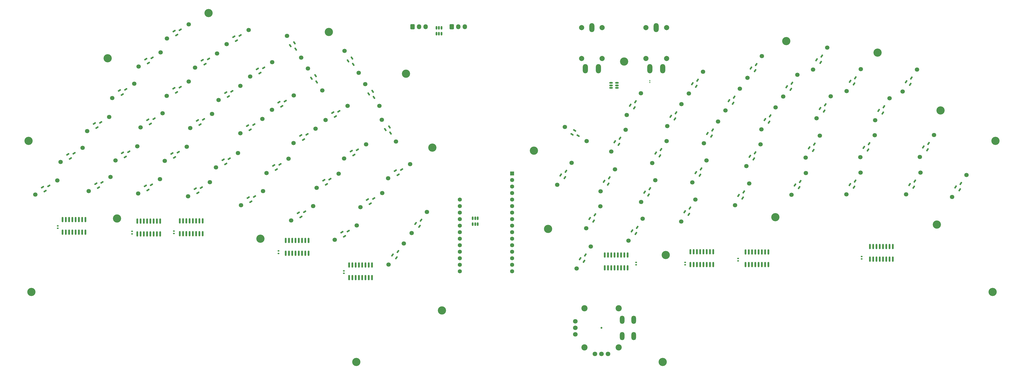
<source format=gts>
%TF.GenerationSoftware,KiCad,Pcbnew,7.0.10-148-g62bb553460*%
%TF.CreationDate,2024-03-27T08:18:12+01:00*%
%TF.ProjectId,bandoneon,62616e64-6f6e-4656-9f6e-2e6b69636164,rev?*%
%TF.SameCoordinates,Original*%
%TF.FileFunction,Soldermask,Top*%
%TF.FilePolarity,Negative*%
%FSLAX46Y46*%
G04 Gerber Fmt 4.6, Leading zero omitted, Abs format (unit mm)*
G04 Created by KiCad (PCBNEW 7.0.10-148-g62bb553460) date 2024-03-27 08:18:12*
%MOMM*%
%LPD*%
G01*
G04 APERTURE LIST*
G04 Aperture macros list*
%AMRoundRect*
0 Rectangle with rounded corners*
0 $1 Rounding radius*
0 $2 $3 $4 $5 $6 $7 $8 $9 X,Y pos of 4 corners*
0 Add a 4 corners polygon primitive as box body*
4,1,4,$2,$3,$4,$5,$6,$7,$8,$9,$2,$3,0*
0 Add four circle primitives for the rounded corners*
1,1,$1+$1,$2,$3*
1,1,$1+$1,$4,$5*
1,1,$1+$1,$6,$7*
1,1,$1+$1,$8,$9*
0 Add four rect primitives between the rounded corners*
20,1,$1+$1,$2,$3,$4,$5,0*
20,1,$1+$1,$4,$5,$6,$7,0*
20,1,$1+$1,$6,$7,$8,$9,0*
20,1,$1+$1,$8,$9,$2,$3,0*%
G04 Aperture macros list end*
%ADD10RoundRect,0.150000X-0.150000X0.825000X-0.150000X-0.825000X0.150000X-0.825000X0.150000X0.825000X0*%
%ADD11C,1.700000*%
%ADD12RoundRect,0.150000X-0.348123X-0.404928X0.511515X0.153327X0.348123X0.404928X-0.511515X-0.153327X0*%
%ADD13RoundRect,0.150000X-0.153327X-0.511515X0.404928X0.348123X0.153327X0.511515X-0.404928X-0.348123X0*%
%ADD14RoundRect,0.150000X-0.404928X0.348123X0.153327X-0.511515X0.404928X-0.348123X-0.153327X0.511515X0*%
%ADD15C,3.200000*%
%ADD16RoundRect,0.140000X-0.170000X0.140000X-0.170000X-0.140000X0.170000X-0.140000X0.170000X0.140000X0*%
%ADD17RoundRect,0.140000X0.170000X-0.140000X0.170000X0.140000X-0.170000X0.140000X-0.170000X-0.140000X0*%
%ADD18RoundRect,0.150000X-0.179887X-0.502789X0.422592X0.326453X0.179887X0.502789X-0.422592X-0.326453X0*%
%ADD19RoundRect,0.150000X-0.511515X0.153327X0.348123X-0.404928X0.511515X-0.153327X-0.348123X0.404928X0*%
%ADD20RoundRect,0.150000X0.150000X-0.512500X0.150000X0.512500X-0.150000X0.512500X-0.150000X-0.512500X0*%
%ADD21RoundRect,0.150000X-0.512500X-0.150000X0.512500X-0.150000X0.512500X0.150000X-0.512500X0.150000X0*%
%ADD22RoundRect,0.100000X-0.100000X0.130000X-0.100000X-0.130000X0.100000X-0.130000X0.100000X0.130000X0*%
%ADD23R,1.600000X1.600000*%
%ADD24C,1.600000*%
%ADD25C,2.400000*%
%ADD26C,0.762000*%
%ADD27O,1.800000X3.200000*%
%ADD28C,1.800000*%
%ADD29C,2.000000*%
%ADD30O,2.000000X3.600000*%
%ADD31O,2.000000X3.500000*%
%ADD32RoundRect,0.250000X-0.600000X-0.725000X0.600000X-0.725000X0.600000X0.725000X-0.600000X0.725000X0*%
%ADD33O,1.700000X1.950000*%
G04 APERTURE END LIST*
D10*
%TO.C,U9*%
X355346000Y-213360000D03*
X354076000Y-213360000D03*
X352806000Y-213360000D03*
X351536000Y-213360000D03*
X350266000Y-213360000D03*
X348996000Y-213360000D03*
X347726000Y-213360000D03*
X346456000Y-213360000D03*
X346456000Y-218310000D03*
X347726000Y-218310000D03*
X348996000Y-218310000D03*
X350266000Y-218310000D03*
X351536000Y-218310000D03*
X352806000Y-218310000D03*
X354076000Y-218310000D03*
X355346000Y-218310000D03*
%TD*%
D11*
%TO.C,H37*%
X145424754Y-165079266D03*
X153945646Y-159545734D03*
D12*
X148213805Y-162135290D03*
X149248619Y-163728764D03*
X150639188Y-161692973D03*
%TD*%
D11*
%TO.C,H38*%
X135100854Y-177095366D03*
X143621746Y-171561834D03*
D12*
X137889905Y-174151390D03*
X138924719Y-175744864D03*
X140315288Y-173709073D03*
%TD*%
D11*
%TO.C,H43*%
X462250034Y-149669046D03*
X467783566Y-141148154D03*
D13*
X463600536Y-145845181D03*
X465194010Y-146879995D03*
X465636327Y-144454612D03*
%TD*%
D11*
%TO.C,H11*%
X253416434Y-146779154D03*
X258949966Y-155300046D03*
D14*
X256360410Y-149568205D03*
X254766936Y-150603019D03*
X256802727Y-151993588D03*
%TD*%
D15*
%TO.C,MH08*%
X498341000Y-168933000D03*
%TD*%
%TO.C,MH01*%
X239268000Y-126492000D03*
%TD*%
D11*
%TO.C,H31*%
X208752354Y-143803966D03*
X217273246Y-138270434D03*
D12*
X211541405Y-140859990D03*
X212576219Y-142453464D03*
X213966788Y-140417673D03*
%TD*%
D11*
%TO.C,H14*%
X215107654Y-181383466D03*
X223628546Y-175849934D03*
D12*
X217896705Y-178439490D03*
X218931519Y-180032964D03*
X220322088Y-177997173D03*
%TD*%
D11*
%TO.C,H69*%
X407356034Y-164389046D03*
X412889566Y-155868154D03*
D13*
X408706536Y-160565181D03*
X410300010Y-161599995D03*
X410742327Y-159174612D03*
%TD*%
D16*
%TO.C,C1*%
X398272000Y-214658000D03*
X398272000Y-215618000D03*
%TD*%
D11*
%TO.C,H5*%
X251546154Y-194710466D03*
X260067046Y-189176934D03*
D12*
X254335205Y-191766490D03*
X255370019Y-193359964D03*
X256760588Y-191324173D03*
%TD*%
D11*
%TO.C,H41*%
X468934234Y-175125946D03*
X474467766Y-166605054D03*
D13*
X470284736Y-171302081D03*
X471878210Y-172336895D03*
X472320527Y-169911512D03*
%TD*%
D17*
%TO.C,C2*%
X358648000Y-217142000D03*
X358648000Y-216182000D03*
%TD*%
D11*
%TO.C,H61*%
X339273434Y-202910846D03*
X344806966Y-194389954D03*
D13*
X340623936Y-199086981D03*
X342217410Y-200121795D03*
X342659727Y-197696412D03*
%TD*%
D11*
%TO.C,H68*%
X415815134Y-151655846D03*
X421348666Y-143134954D03*
D13*
X417165636Y-147831981D03*
X418759110Y-148866795D03*
X419201427Y-146441412D03*
%TD*%
D16*
%TO.C,C5*%
X245110000Y-219484000D03*
X245110000Y-220444000D03*
%TD*%
D11*
%TO.C,H29*%
X184576154Y-190490466D03*
X193097046Y-184956934D03*
D12*
X187365205Y-187546490D03*
X188400019Y-189139964D03*
X189790588Y-187104173D03*
%TD*%
D11*
%TO.C,H16*%
X196438854Y-153000466D03*
X204959746Y-147466934D03*
D12*
X199227905Y-150056490D03*
X200262719Y-151649964D03*
X201653288Y-149614173D03*
%TD*%
D16*
%TO.C,C8*%
X219710000Y-211765000D03*
X219710000Y-212725000D03*
%TD*%
D15*
%TO.C,MH19*%
X319000000Y-172720000D03*
%TD*%
D11*
%TO.C,H18*%
X175549154Y-176713566D03*
X184070046Y-171180034D03*
D12*
X178338205Y-173769590D03*
X179373019Y-175363064D03*
X180763588Y-173327273D03*
%TD*%
D15*
%TO.C,MH22*%
X192603912Y-119089841D03*
%TD*%
%TO.C,MH05*%
X417000000Y-130000000D03*
%TD*%
D11*
%TO.C,H58*%
X355056034Y-158829046D03*
X360589566Y-150308154D03*
D13*
X356406536Y-155005181D03*
X358000010Y-156039995D03*
X358442327Y-153614612D03*
%TD*%
D15*
%TO.C,MH12*%
X369000000Y-255000000D03*
%TD*%
D11*
%TO.C,H9*%
X234556454Y-187186966D03*
X243077346Y-181653434D03*
D12*
X237345505Y-184242990D03*
X238380319Y-185836464D03*
X239770888Y-183800673D03*
%TD*%
D11*
%TO.C,H13*%
X225626154Y-169725466D03*
X234147046Y-164191934D03*
D12*
X228415205Y-166781490D03*
X229450019Y-168374964D03*
X230840588Y-166339173D03*
%TD*%
D11*
%TO.C,H49*%
X393425034Y-157075046D03*
X398958566Y-148554154D03*
D13*
X394775536Y-153251181D03*
X396369010Y-154285995D03*
X396811327Y-151860612D03*
%TD*%
D11*
%TO.C,H48*%
X401977634Y-144375046D03*
X407511166Y-135854154D03*
D13*
X403328136Y-140551181D03*
X404921610Y-141585995D03*
X405363927Y-139160612D03*
%TD*%
D11*
%TO.C,H3*%
X262495451Y-217048806D03*
X268467349Y-208829194D03*
D18*
X264044228Y-213300861D03*
X265581360Y-214417653D03*
X266150006Y-212018743D03*
%TD*%
D11*
%TO.C,H54*%
X370791434Y-163145846D03*
X376324966Y-154624954D03*
D13*
X372141936Y-159321981D03*
X373735410Y-160356795D03*
X374177727Y-157931412D03*
%TD*%
D11*
%TO.C,H63*%
X335538534Y-218564946D03*
X341072066Y-210044054D03*
D13*
X336889036Y-214741081D03*
X338482510Y-215775895D03*
X338924827Y-213350512D03*
%TD*%
D16*
%TO.C,C7*%
X133985000Y-201958000D03*
X133985000Y-202918000D03*
%TD*%
D11*
%TO.C,H25*%
X231192434Y-140725754D03*
X236725966Y-149246646D03*
D14*
X234136410Y-143514805D03*
X232542936Y-144549619D03*
X234578727Y-145940188D03*
%TD*%
D11*
%TO.C,H71*%
X397128834Y-193988946D03*
X402662366Y-185468054D03*
D13*
X398479336Y-190165081D03*
X400072810Y-191199895D03*
X400515127Y-188774512D03*
%TD*%
D15*
%TO.C,MH11*%
X497240000Y-227722000D03*
%TD*%
D11*
%TO.C,H50*%
X385005534Y-169860746D03*
X390539066Y-161339854D03*
D13*
X386356036Y-166036881D03*
X387949510Y-167071695D03*
X388391827Y-164646312D03*
%TD*%
D11*
%TO.C,H42*%
X463617734Y-189745846D03*
X469151266Y-181224954D03*
D13*
X464968236Y-185921981D03*
X466561710Y-186956795D03*
X467004027Y-184531412D03*
%TD*%
D10*
%TO.C,U6*%
X144770000Y-199500000D03*
X143500000Y-199500000D03*
X142230000Y-199500000D03*
X140960000Y-199500000D03*
X139690000Y-199500000D03*
X138420000Y-199500000D03*
X137150000Y-199500000D03*
X135880000Y-199500000D03*
X135880000Y-204450000D03*
X137150000Y-204450000D03*
X138420000Y-204450000D03*
X139690000Y-204450000D03*
X140960000Y-204450000D03*
X142230000Y-204450000D03*
X143500000Y-204450000D03*
X144770000Y-204450000D03*
%TD*%
D15*
%TO.C,MH09*%
X475500000Y-201500000D03*
%TD*%
D11*
%TO.C,H33*%
X145979154Y-188486266D03*
X154500046Y-182952734D03*
D12*
X148768205Y-185542290D03*
X149803019Y-187135764D03*
X151193588Y-185099973D03*
%TD*%
D15*
%TO.C,MH17*%
X212725000Y-207010000D03*
%TD*%
D16*
%TO.C,C6*%
X446278000Y-213896000D03*
X446278000Y-214856000D03*
%TD*%
D11*
%TO.C,H1*%
X330979154Y-163441434D03*
X339500046Y-168974966D03*
D19*
X334803019Y-164791936D03*
X333768205Y-166385410D03*
X336193588Y-166827727D03*
%TD*%
D10*
%TO.C,U8*%
X388620000Y-212090000D03*
X387350000Y-212090000D03*
X386080000Y-212090000D03*
X384810000Y-212090000D03*
X383540000Y-212090000D03*
X382270000Y-212090000D03*
X381000000Y-212090000D03*
X379730000Y-212090000D03*
X379730000Y-217040000D03*
X381000000Y-217040000D03*
X382270000Y-217040000D03*
X383540000Y-217040000D03*
X384810000Y-217040000D03*
X386080000Y-217040000D03*
X387350000Y-217040000D03*
X388620000Y-217040000D03*
%TD*%
D11*
%TO.C,H6*%
X241596154Y-207390466D03*
X250117046Y-201856934D03*
D12*
X244385205Y-204446490D03*
X245420019Y-206039964D03*
X246810588Y-204004173D03*
%TD*%
D11*
%TO.C,H20*%
X199610954Y-131243966D03*
X208131846Y-125710434D03*
D12*
X202400005Y-128299990D03*
X203434819Y-129893464D03*
X204825388Y-127857673D03*
%TD*%
D20*
%TO.C,U13*%
X281154000Y-127121500D03*
X282104000Y-127121500D03*
X283054000Y-127121500D03*
X283054000Y-124846500D03*
X282104000Y-124846500D03*
X281154000Y-124846500D03*
%TD*%
D11*
%TO.C,H32*%
X156379154Y-176533566D03*
X164900046Y-171000034D03*
D12*
X159168205Y-173589590D03*
X160203019Y-175183064D03*
X161593588Y-173147273D03*
%TD*%
D21*
%TO.C,U11*%
X348966500Y-146326000D03*
X348966500Y-147276000D03*
X348966500Y-148226000D03*
X351241500Y-148226000D03*
X351241500Y-147276000D03*
X351241500Y-146326000D03*
%TD*%
D15*
%TO.C,MH13*%
X370205000Y-213360000D03*
%TD*%
D11*
%TO.C,H21*%
X187360954Y-140393966D03*
X195881846Y-134860434D03*
D12*
X190150005Y-137449990D03*
X191184819Y-139043464D03*
X192575388Y-137007673D03*
%TD*%
D10*
%TO.C,U3*%
X231394000Y-207710000D03*
X230124000Y-207710000D03*
X228854000Y-207710000D03*
X227584000Y-207710000D03*
X226314000Y-207710000D03*
X225044000Y-207710000D03*
X223774000Y-207710000D03*
X222504000Y-207710000D03*
X222504000Y-212660000D03*
X223774000Y-212660000D03*
X225044000Y-212660000D03*
X226314000Y-212660000D03*
X227584000Y-212660000D03*
X228854000Y-212660000D03*
X230124000Y-212660000D03*
X231394000Y-212660000D03*
%TD*%
D11*
%TO.C,H12*%
X238026154Y-160800466D03*
X246547046Y-155266934D03*
D12*
X240815205Y-157856490D03*
X241850019Y-159449964D03*
X243240588Y-157414173D03*
%TD*%
D11*
%TO.C,H26*%
X217171254Y-156764466D03*
X225692146Y-151230934D03*
D12*
X219960305Y-153820490D03*
X220995119Y-155413964D03*
X222385688Y-153378173D03*
%TD*%
D11*
%TO.C,H52*%
X376203134Y-200303646D03*
X381736666Y-191782754D03*
D13*
X377553636Y-196479781D03*
X379147110Y-197514595D03*
X379589427Y-195089212D03*
%TD*%
D16*
%TO.C,C3*%
X162814000Y-204145000D03*
X162814000Y-205105000D03*
%TD*%
D11*
%TO.C,H44*%
X451580034Y-160850046D03*
X457113566Y-152329154D03*
D13*
X452930536Y-157026181D03*
X454524010Y-158060995D03*
X454966327Y-155635612D03*
%TD*%
D11*
%TO.C,H19*%
X165199554Y-189346766D03*
X173720446Y-183813234D03*
D12*
X167988605Y-186402790D03*
X169023419Y-187996264D03*
X170413988Y-185960473D03*
%TD*%
D15*
%TO.C,MH07*%
X477000000Y-157000000D03*
%TD*%
D11*
%TO.C,H53*%
X379142834Y-150455546D03*
X384676366Y-141934654D03*
D13*
X380493336Y-146631681D03*
X382086810Y-147666495D03*
X382529127Y-145241112D03*
%TD*%
D11*
%TO.C,H59*%
X349063734Y-173054446D03*
X354597266Y-164533554D03*
D13*
X350414236Y-169230581D03*
X352007710Y-170265395D03*
X352450027Y-167840012D03*
%TD*%
D11*
%TO.C,H22*%
X176325554Y-151346866D03*
X184846446Y-145813334D03*
D12*
X179114605Y-148402890D03*
X180149419Y-149996364D03*
X181539988Y-147960573D03*
%TD*%
D15*
%TO.C,MH21*%
X153354986Y-136757115D03*
%TD*%
D11*
%TO.C,H15*%
X205199954Y-193949966D03*
X213720846Y-188416434D03*
D12*
X207989005Y-191005990D03*
X209023819Y-192599464D03*
X210414388Y-190563673D03*
%TD*%
D11*
%TO.C,H8*%
X245224954Y-175774966D03*
X253745846Y-170241434D03*
D12*
X248014005Y-172830990D03*
X249048819Y-174424464D03*
X250439388Y-172388673D03*
%TD*%
D11*
%TO.C,H70*%
X401494334Y-178745246D03*
X407027866Y-170224354D03*
D13*
X402844836Y-174921381D03*
X404438310Y-175956195D03*
X404880627Y-173530812D03*
%TD*%
D16*
%TO.C,C9*%
X377698000Y-216182000D03*
X377698000Y-217142000D03*
%TD*%
D11*
%TO.C,H47*%
X440443734Y-149514446D03*
X445977266Y-140993554D03*
D13*
X441794236Y-145690581D03*
X443387710Y-146725395D03*
X443830027Y-144300012D03*
%TD*%
D11*
%TO.C,H45*%
X445850934Y-175227546D03*
X451384466Y-166706654D03*
D13*
X447201436Y-171403681D03*
X448794910Y-172438495D03*
X449237227Y-170013112D03*
%TD*%
D11*
%TO.C,H2*%
X271449951Y-204825006D03*
X277421849Y-196605394D03*
D18*
X272998728Y-201077061D03*
X274535860Y-202193853D03*
X275104506Y-199794943D03*
%TD*%
D15*
%TO.C,MH15*%
X283210000Y-234950000D03*
%TD*%
D11*
%TO.C,H34*%
X176376154Y-129050466D03*
X184897046Y-123516934D03*
D12*
X179165205Y-126106490D03*
X180200019Y-127699964D03*
X181590588Y-125664173D03*
%TD*%
D11*
%TO.C,H51*%
X380536034Y-185039046D03*
X386069566Y-176518154D03*
D13*
X381886536Y-181215181D03*
X383480010Y-182249995D03*
X383922327Y-179824612D03*
%TD*%
D11*
%TO.C,H36*%
X155185554Y-152186266D03*
X163706446Y-146652734D03*
D12*
X157974605Y-149242290D03*
X159009419Y-150835764D03*
X160399988Y-148799973D03*
%TD*%
D11*
%TO.C,H57*%
X355686934Y-207765146D03*
X361220466Y-199244254D03*
D13*
X357037436Y-203941281D03*
X358630910Y-204976095D03*
X359073227Y-202550712D03*
%TD*%
D15*
%TO.C,MH02*%
X269240000Y-142748000D03*
%TD*%
D11*
%TO.C,H67*%
X427446034Y-141109046D03*
X432979566Y-132588154D03*
D13*
X428796536Y-137285181D03*
X430390010Y-138319995D03*
X430832327Y-135894612D03*
%TD*%
D15*
%TO.C,MH03*%
X354000000Y-138000000D03*
%TD*%
D11*
%TO.C,H64*%
X428796034Y-160059046D03*
X434329566Y-151538154D03*
D13*
X430146536Y-156235181D03*
X431740010Y-157269995D03*
X432182327Y-154844612D03*
%TD*%
D11*
%TO.C,H35*%
X165389554Y-139966766D03*
X173910446Y-134433234D03*
D12*
X168178605Y-137022790D03*
X169213419Y-138616264D03*
X170603988Y-136580473D03*
%TD*%
D15*
%TO.C,MH18*%
X156972000Y-199136000D03*
%TD*%
%TO.C,MH20*%
X122619000Y-168933000D03*
%TD*%
D10*
%TO.C,U7*%
X458445000Y-210000000D03*
X457175000Y-210000000D03*
X455905000Y-210000000D03*
X454635000Y-210000000D03*
X453365000Y-210000000D03*
X452095000Y-210000000D03*
X450825000Y-210000000D03*
X449555000Y-210000000D03*
X449555000Y-214950000D03*
X450825000Y-214950000D03*
X452095000Y-214950000D03*
X453365000Y-214950000D03*
X454635000Y-214950000D03*
X455905000Y-214950000D03*
X457175000Y-214950000D03*
X458445000Y-214950000D03*
%TD*%
D11*
%TO.C,H28*%
X195439154Y-179183566D03*
X203960046Y-173650034D03*
D12*
X198228205Y-176239590D03*
X199263019Y-177833064D03*
X200653588Y-175797273D03*
%TD*%
D11*
%TO.C,H40*%
X481490034Y-190699346D03*
X487023566Y-182178454D03*
D13*
X482840536Y-186875481D03*
X484434010Y-187910295D03*
X484876327Y-185484912D03*
%TD*%
D11*
%TO.C,H66*%
X419074934Y-189917746D03*
X424608466Y-181396854D03*
D13*
X420425436Y-186093881D03*
X422018910Y-187128695D03*
X422461227Y-184703312D03*
%TD*%
D11*
%TO.C,H39*%
X125287854Y-189833666D03*
X133808746Y-184300134D03*
D12*
X128076905Y-186889690D03*
X129111719Y-188483164D03*
X130502288Y-186447373D03*
%TD*%
D15*
%TO.C,MH06*%
X452500000Y-134500000D03*
%TD*%
D11*
%TO.C,H62*%
X328066434Y-185970846D03*
X333599966Y-177449954D03*
D13*
X329416936Y-182146981D03*
X331010410Y-183181795D03*
X331452727Y-180756412D03*
%TD*%
D15*
%TO.C,MH14*%
X279500000Y-171500000D03*
%TD*%
D11*
%TO.C,H56*%
X360607734Y-192724646D03*
X366141266Y-184203754D03*
D13*
X361958236Y-188900781D03*
X363551710Y-189935595D03*
X363994027Y-187510212D03*
%TD*%
D20*
%TO.C,U12*%
X295214000Y-201289500D03*
X296164000Y-201289500D03*
X297114000Y-201289500D03*
X297114000Y-199014500D03*
X296164000Y-199014500D03*
X295214000Y-199014500D03*
%TD*%
D10*
%TO.C,U2*%
X256032000Y-217235000D03*
X254762000Y-217235000D03*
X253492000Y-217235000D03*
X252222000Y-217235000D03*
X250952000Y-217235000D03*
X249682000Y-217235000D03*
X248412000Y-217235000D03*
X247142000Y-217235000D03*
X247142000Y-222185000D03*
X248412000Y-222185000D03*
X249682000Y-222185000D03*
X250952000Y-222185000D03*
X252222000Y-222185000D03*
X253492000Y-222185000D03*
X254762000Y-222185000D03*
X256032000Y-222185000D03*
%TD*%
D16*
%TO.C,C4*%
X179070000Y-203990000D03*
X179070000Y-204950000D03*
%TD*%
D15*
%TO.C,MH39*%
X123720000Y-227722000D03*
%TD*%
D11*
%TO.C,H60*%
X344905634Y-188496946D03*
X350439166Y-179976054D03*
D13*
X346256136Y-184673081D03*
X347849610Y-185707895D03*
X348291927Y-183282512D03*
%TD*%
D11*
%TO.C,H10*%
X224659154Y-199863566D03*
X233180046Y-194330034D03*
D12*
X227448205Y-196919590D03*
X228483019Y-198513064D03*
X229873588Y-196477273D03*
%TD*%
D11*
%TO.C,H17*%
X185436154Y-163910466D03*
X193957046Y-158376934D03*
D12*
X188225205Y-160966490D03*
X189260019Y-162559964D03*
X190650588Y-160524173D03*
%TD*%
D15*
%TO.C,MH16*%
X250000000Y-255000000D03*
%TD*%
D11*
%TO.C,H7*%
X259890434Y-160647054D03*
X265423966Y-169167946D03*
D14*
X262834410Y-163436105D03*
X261240936Y-164470919D03*
X263276727Y-165861488D03*
%TD*%
D11*
%TO.C,H24*%
X245366434Y-133879154D03*
X250899966Y-142400046D03*
D14*
X248310410Y-136668205D03*
X246716936Y-137703019D03*
X248752727Y-139093588D03*
%TD*%
D22*
%TO.C,R1*%
X364004000Y-145456000D03*
X364004000Y-146096000D03*
%TD*%
D10*
%TO.C,U4*%
X173736000Y-200152000D03*
X172466000Y-200152000D03*
X171196000Y-200152000D03*
X169926000Y-200152000D03*
X168656000Y-200152000D03*
X167386000Y-200152000D03*
X166116000Y-200152000D03*
X164846000Y-200152000D03*
X164846000Y-205102000D03*
X166116000Y-205102000D03*
X167386000Y-205102000D03*
X168656000Y-205102000D03*
X169926000Y-205102000D03*
X171196000Y-205102000D03*
X172466000Y-205102000D03*
X173736000Y-205102000D03*
%TD*%
D11*
%TO.C,H4*%
X262376154Y-183450466D03*
X270897046Y-177916934D03*
D12*
X265165205Y-180506490D03*
X266200019Y-182099964D03*
X267590588Y-180064173D03*
%TD*%
D11*
%TO.C,H46*%
X440386034Y-189749946D03*
X445919566Y-181229054D03*
D13*
X441736536Y-185926081D03*
X443330010Y-186960895D03*
X443772327Y-184535512D03*
%TD*%
D15*
%TO.C,MH33*%
X324485000Y-203200000D03*
%TD*%
D11*
%TO.C,H30*%
X223012234Y-127957554D03*
X228545766Y-136478446D03*
D14*
X225956210Y-130746605D03*
X224362736Y-131781419D03*
X226398527Y-133171988D03*
%TD*%
D11*
%TO.C,H27*%
X204949954Y-165899966D03*
X213470846Y-160366434D03*
D12*
X207739005Y-162955990D03*
X208773819Y-164549464D03*
X210164388Y-162513673D03*
%TD*%
D10*
%TO.C,U10*%
X410083000Y-212155000D03*
X408813000Y-212155000D03*
X407543000Y-212155000D03*
X406273000Y-212155000D03*
X405003000Y-212155000D03*
X403733000Y-212155000D03*
X402463000Y-212155000D03*
X401193000Y-212155000D03*
X401193000Y-217105000D03*
X402463000Y-217105000D03*
X403733000Y-217105000D03*
X405003000Y-217105000D03*
X406273000Y-217105000D03*
X407543000Y-217105000D03*
X408813000Y-217105000D03*
X410083000Y-217105000D03*
%TD*%
%TO.C,U5*%
X190246000Y-200090000D03*
X188976000Y-200090000D03*
X187706000Y-200090000D03*
X186436000Y-200090000D03*
X185166000Y-200090000D03*
X183896000Y-200090000D03*
X182626000Y-200090000D03*
X181356000Y-200090000D03*
X181356000Y-205040000D03*
X182626000Y-205040000D03*
X183896000Y-205040000D03*
X185166000Y-205040000D03*
X186436000Y-205040000D03*
X187706000Y-205040000D03*
X188976000Y-205040000D03*
X190246000Y-205040000D03*
%TD*%
D11*
%TO.C,H23*%
X166176154Y-163650466D03*
X174697046Y-158116934D03*
D12*
X168965205Y-160706490D03*
X170000019Y-162299964D03*
X171390588Y-160264173D03*
%TD*%
D15*
%TO.C,MH10*%
X412750000Y-198628000D03*
%TD*%
D11*
%TO.C,H55*%
X364985234Y-177488546D03*
X370518766Y-168967654D03*
D13*
X366335736Y-173664681D03*
X367929210Y-174699495D03*
X368371527Y-172274112D03*
%TD*%
D11*
%TO.C,H65*%
X424566434Y-175395846D03*
X430099966Y-166874954D03*
D13*
X425916936Y-171571981D03*
X427510410Y-172606795D03*
X427952727Y-170181412D03*
%TD*%
D23*
%TO.C,U1*%
X310515000Y-181610000D03*
D24*
X310515000Y-184150000D03*
X310515000Y-186690000D03*
X310515000Y-189230000D03*
X310515000Y-191770000D03*
X310515000Y-194310000D03*
X310515000Y-196850000D03*
X310515000Y-199390000D03*
X310515000Y-201930000D03*
X310515000Y-204470000D03*
X310515000Y-207010000D03*
X310515000Y-209550000D03*
X310515000Y-212090000D03*
X310515000Y-214630000D03*
X310515000Y-217170000D03*
X310515000Y-219710000D03*
X290195000Y-219710000D03*
X290195000Y-217170000D03*
X290195000Y-214630000D03*
X290195000Y-212090000D03*
X290195000Y-209550000D03*
X290195000Y-207010000D03*
X290195000Y-204470000D03*
X290195000Y-201930000D03*
X290195000Y-199390000D03*
X290195000Y-196850000D03*
X290195000Y-194310000D03*
X290195000Y-191770000D03*
%TD*%
D25*
%TO.C,J1*%
X338597000Y-249345000D03*
X351933000Y-249345000D03*
D26*
X345265000Y-241725000D03*
D27*
X353266000Y-238550000D03*
X357766000Y-238550000D03*
D25*
X338597000Y-234105000D03*
X351933000Y-234105000D03*
D28*
X342725000Y-251885000D03*
X345265000Y-251885000D03*
X347805000Y-251885000D03*
X335105000Y-239185000D03*
X335105000Y-241725000D03*
X335105000Y-244265000D03*
D27*
X353266000Y-244900000D03*
X357766000Y-244900000D03*
%TD*%
D29*
%TO.C,J5*%
X345500000Y-136780000D03*
X345500000Y-124780000D03*
X337500000Y-136780000D03*
X337500000Y-124780000D03*
D30*
X344000000Y-140780000D03*
D31*
X341500000Y-124780000D03*
D30*
X339000000Y-140780000D03*
%TD*%
D29*
%TO.C,J4*%
X370500000Y-136780000D03*
X370500000Y-124780000D03*
X362500000Y-136780000D03*
X362500000Y-124780000D03*
D30*
X369000000Y-140780000D03*
D31*
X366500000Y-124780000D03*
D30*
X364000000Y-140780000D03*
%TD*%
D32*
%TO.C,J6*%
X271860000Y-124460000D03*
D33*
X274360000Y-124460000D03*
X276860000Y-124460000D03*
%TD*%
D32*
%TO.C,J7*%
X287100000Y-124460000D03*
D33*
X289600000Y-124460000D03*
X292100000Y-124460000D03*
%TD*%
M02*

</source>
